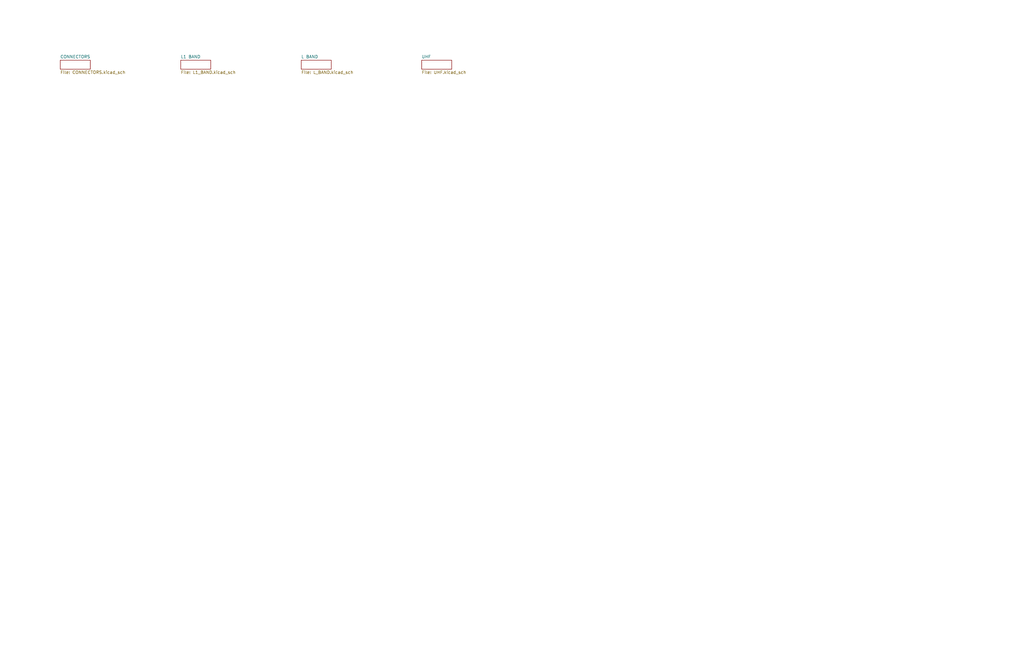
<source format=kicad_sch>
(kicad_sch (version 20211123) (generator eeschema)
  (paper "USLedger")
  (title_block (title "+Z End Card w/ Turnstile") (rev "1.0"))
  (lib_symbols)
  (sheet (at 25.4 25.4) (size 12.7 3.81)
    (property "Sheet name" "CONNECTORS" (at 25.4 24.6884 0) (effects (justify left bottom)))
    (property "Sheet file" "CONNECTORS.kicad_sch" (at 25.4 29.7946 0) (effects (justify left top)))
  )
  (sheet (at 177.8 25.4) (size 12.7 3.81)
    (property "Sheet name" "UHF" (at 177.8 24.6884 0) (effects (justify left bottom)))
    (property "Sheet file" "UHF.kicad_sch" (at 177.8 29.7946 0) (effects (justify left top)))
  )
  (sheet (at 76.2 25.4) (size 12.7 3.81)
    (property "Sheet name" "L1 BAND" (at 76.2 24.6884 0) (effects (justify left bottom)))
    (property "Sheet file" "L1_BAND.kicad_sch" (at 76.2 29.7946 0) (effects (justify left top)))
  )
  (sheet (at 127 25.4) (size 12.7 3.81)
    (property "Sheet name" "L BAND" (at 127 24.6884 0) (effects (justify left bottom)))
    (property "Sheet file" "L_BAND.kicad_sch" (at 127 29.7946 0) (effects (justify left top)))
  )
)
</source>
